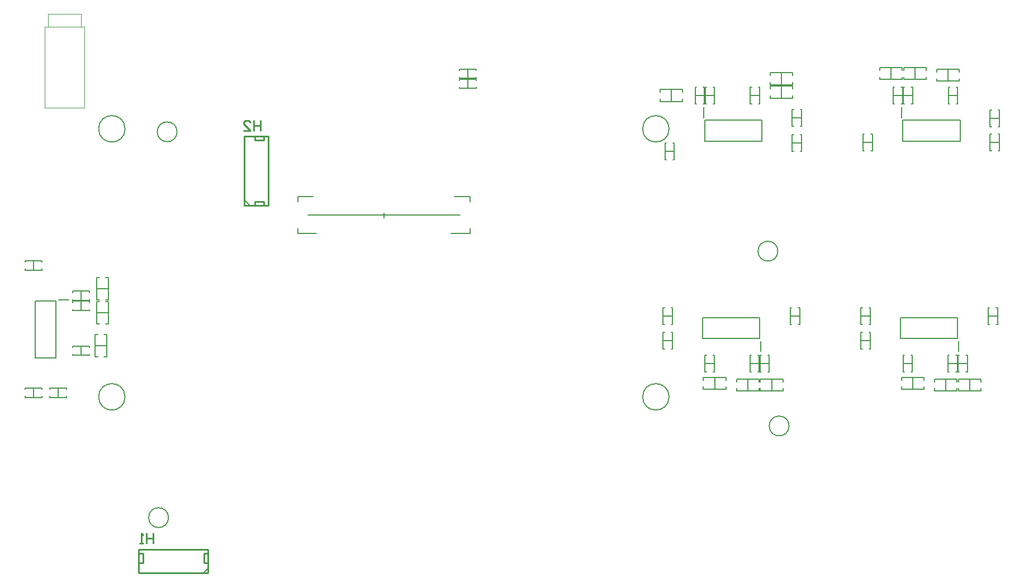
<source format=gbo>
G04*
G04 #@! TF.GenerationSoftware,Altium Limited,Altium Designer,21.8.1 (53)*
G04*
G04 Layer_Color=32896*
%FSLAX25Y25*%
%MOIN*%
G70*
G04*
G04 #@! TF.SameCoordinates,5834F34B-C4A2-4629-ADC7-1C587854752A*
G04*
G04*
G04 #@! TF.FilePolarity,Positive*
G04*
G01*
G75*
%ADD10C,0.00600*%
%ADD12C,0.01000*%
%ADD13C,0.00787*%
%ADD15C,0.00500*%
%ADD16C,0.00591*%
%ADD17C,0.00050*%
%ADD117C,0.00800*%
D10*
X647636Y217717D02*
G03*
X647636Y217717I-5904J0D01*
G01*
X640943Y322047D02*
G03*
X640943Y322047I-5904J0D01*
G01*
X282675Y393307D02*
G03*
X282675Y393307I-5904J0D01*
G01*
X277557Y162992D02*
G03*
X277557Y162992I-5904J0D01*
G01*
X251654Y395086D02*
G03*
X251654Y395086I-7874J0D01*
G01*
X576071D02*
G03*
X576071Y395086I-7874J0D01*
G01*
Y235086D02*
G03*
X576071Y235086I-7874J0D01*
G01*
X251654D02*
G03*
X251654Y235086I-7874J0D01*
G01*
X354700Y332600D02*
Y335700D01*
X446100Y332600D02*
X457400D01*
Y351700D02*
Y354600D01*
X354700D02*
X363900D01*
X448100D02*
X457400D01*
X354700Y332600D02*
X365900D01*
X354700Y351700D02*
Y354600D01*
X457400Y332600D02*
Y335700D01*
D12*
X337012Y390622D02*
X337012Y349362D01*
X322839Y390622D02*
X337012D01*
X322839Y349284D02*
Y390622D01*
Y349284D02*
X337012Y349284D01*
X328980D02*
Y351725D01*
X334575D01*
Y349284D02*
Y351725D01*
X334575Y388181D02*
Y390622D01*
X328980Y388181D02*
X334575Y388181D01*
X328980Y388181D02*
Y390622D01*
X259878Y144012D02*
X301138D01*
X259878Y129839D02*
Y144012D01*
Y129839D02*
X301216D01*
X301216Y144012D01*
X298776Y135980D02*
X301216D01*
X298776D02*
Y141575D01*
X301216D01*
X259878Y141575D02*
X262319D01*
X262319Y135980D01*
X259878D02*
X262319D01*
X332300Y400098D02*
Y394100D01*
Y397099D01*
X328301D01*
Y400098D01*
Y394100D01*
X322303D02*
X326302D01*
X322303Y398099D01*
Y399098D01*
X323303Y400098D01*
X325302D01*
X326302Y399098D01*
X268400Y153498D02*
Y147500D01*
Y150499D01*
X264401D01*
Y153498D01*
Y147500D01*
X262402D02*
X260403D01*
X261402D01*
Y153498D01*
X262402Y152498D01*
D13*
X748244Y269838D02*
Y282436D01*
X714189Y282436D02*
X748244Y282436D01*
X714189Y269838D02*
Y282436D01*
Y269838D02*
X748244D01*
X748874Y262358D02*
Y268460D01*
X197957Y292422D02*
X210555D01*
X197957Y258367D02*
Y292422D01*
Y258367D02*
X210555D01*
Y292422D01*
X211933Y293052D02*
X218036D01*
X715530Y387804D02*
Y400403D01*
Y387804D02*
X749585Y387804D01*
Y400403D01*
X715530D02*
X749585D01*
X714900Y401781D02*
Y407883D01*
X597420Y387804D02*
Y400403D01*
Y387804D02*
X631475Y387804D01*
Y400403D01*
X597420D02*
X631475D01*
X596790Y401781D02*
Y407883D01*
X630134Y269838D02*
Y282436D01*
X596079Y282436D02*
X630134Y282436D01*
X596079Y269838D02*
Y282436D01*
Y269838D02*
X630134D01*
X630764Y262358D02*
Y268460D01*
D15*
X360600Y343700D02*
X451500D01*
X406030Y341951D02*
Y345101D01*
D16*
X456000Y419244D02*
Y424756D01*
X451000Y419244D02*
Y420000D01*
Y419244D02*
X461000D01*
Y420000D01*
Y424756D02*
X461000Y424000D01*
X451000Y424756D02*
X461000D01*
X451000Y424000D02*
Y424756D01*
X456000Y425244D02*
Y430756D01*
X461000Y430000D02*
Y430756D01*
X451000D02*
X461000D01*
X451000Y430000D02*
Y430756D01*
X451000Y425244D02*
Y426000D01*
Y425244D02*
X461000D01*
Y426000D01*
X715658Y255137D02*
X721169D01*
X715658Y260137D02*
X716413D01*
X715658Y250137D02*
Y260137D01*
Y250137D02*
X716413D01*
X720413D02*
X721169D01*
Y260137D01*
X720413D02*
X721169D01*
X748461Y255137D02*
X753972D01*
X748461Y260137D02*
X749217D01*
X748461Y250137D02*
Y260137D01*
Y250137D02*
X749217D01*
X753217D02*
X753972D01*
Y260137D01*
X753217Y260137D02*
X753972Y260137D01*
X742461Y255137D02*
X747972D01*
X742461Y260137D02*
X743217D01*
X742461Y250137D02*
Y260137D01*
Y250137D02*
X743217D01*
X747217D02*
X747972D01*
Y260137D01*
X747217Y260137D02*
X747972Y260137D01*
X721366Y246680D02*
X721366Y239594D01*
X728059D02*
Y241169D01*
X714673Y239594D02*
X728059D01*
X714673D02*
Y241169D01*
Y245106D02*
Y246680D01*
X728059D01*
Y245106D02*
Y246680D01*
X755366Y238594D02*
X755366Y245680D01*
X762059Y238594D02*
Y240169D01*
X748673Y238594D02*
X762059D01*
X748673D02*
Y240169D01*
X748673Y245680D02*
X748673Y244106D01*
X748673Y245680D02*
X762059D01*
Y244106D02*
Y245680D01*
X741067Y238594D02*
Y245680D01*
X734374Y244106D02*
Y245680D01*
X747760D01*
Y244106D02*
Y245680D01*
Y238594D02*
Y240169D01*
X734374Y238594D02*
X747760D01*
X734374D02*
Y240169D01*
X225256Y259836D02*
Y265347D01*
X220256Y259836D02*
Y260591D01*
Y259836D02*
X230256D01*
X230256Y260591D01*
X230256Y265347D02*
X230256Y264591D01*
X220256Y265347D02*
X230256D01*
X220256Y264591D02*
Y265347D01*
X225256Y292639D02*
Y298150D01*
X220256Y292639D02*
Y293394D01*
Y292639D02*
X230256D01*
Y293394D01*
Y297394D02*
Y298150D01*
X220256D02*
X230256D01*
X220256Y297394D02*
Y298150D01*
X225256Y286639D02*
Y292150D01*
X220256Y286639D02*
Y287394D01*
Y286639D02*
X230256D01*
Y287394D01*
Y291394D02*
Y292150D01*
X220256D02*
X230256D01*
X220256Y291394D02*
Y292150D01*
X233713Y265544D02*
X240799D01*
X239225Y272237D02*
X240799D01*
Y258851D02*
Y272237D01*
X239225Y258851D02*
X240799D01*
X233713D02*
X235288D01*
X233713D02*
Y272237D01*
X235288D01*
X234713Y299544D02*
X241799D01*
X240225Y306237D02*
X241799D01*
Y292851D02*
Y306237D01*
X240225Y292851D02*
X241799D01*
X234713D02*
X236288D01*
X234713D02*
Y306237D01*
X236288D01*
X234713Y285245D02*
X241799D01*
X234713Y278552D02*
X236288D01*
X234713D02*
Y291938D01*
X236288D01*
X240225D02*
X241799D01*
Y278552D02*
Y291938D01*
X240225Y278552D02*
X241799D01*
X191925Y315505D02*
Y316261D01*
X201925D01*
X201925Y315505D01*
X201925Y310749D02*
X201925Y311505D01*
X191925Y310749D02*
X201925D01*
X191925D02*
Y311505D01*
X196925Y310749D02*
Y316261D01*
X216807Y234749D02*
Y235505D01*
X206807Y234749D02*
X216807D01*
X206807D02*
Y235505D01*
Y239505D02*
Y240261D01*
X216807D01*
Y239505D02*
Y240261D01*
X211807Y234749D02*
Y240261D01*
X191925Y239505D02*
Y240261D01*
X201925D01*
Y239505D02*
Y240261D01*
Y234749D02*
Y235505D01*
X191925Y234749D02*
X201925D01*
X191925D02*
Y235505D01*
X196925Y234749D02*
Y240261D01*
X771207Y288348D02*
X771963D01*
Y278348D02*
Y288348D01*
X771207Y278348D02*
X771963D01*
X766451Y278348D02*
X767207D01*
X766451D02*
Y288348D01*
X767207D01*
X766451Y283348D02*
X771963Y283348D01*
X653217Y288468D02*
X653972D01*
Y278468D02*
Y288468D01*
X653217Y278468D02*
X653972D01*
X648461D02*
X649217Y278468D01*
X648461Y278468D02*
Y288468D01*
X649217D01*
X648461Y283468D02*
X653972D01*
X649581Y381773D02*
X650337D01*
X649581D02*
Y391773D01*
X650337D01*
X654337D02*
X655093D01*
Y381773D02*
Y391773D01*
X654337Y381773D02*
X655093D01*
X649581Y386773D02*
X655093D01*
X722707Y424560D02*
Y431647D01*
X729400Y424560D02*
Y426135D01*
X716014Y424560D02*
X729400D01*
X716014D02*
Y426135D01*
Y430072D02*
Y431647D01*
X729400D01*
Y430072D02*
Y431647D01*
X708408Y424560D02*
X708408Y431647D01*
X701715Y430072D02*
Y431647D01*
X715101D01*
Y430072D02*
Y431647D01*
X715101Y426135D02*
X715101Y424560D01*
X701715D02*
X715101D01*
X701715D02*
Y426135D01*
X742408Y430647D02*
X742408Y423560D01*
X735715Y429072D02*
Y430647D01*
X749101D01*
Y429072D02*
Y430647D01*
Y423560D02*
Y425135D01*
X735715Y423560D02*
X749101D01*
X735715D02*
Y425135D01*
X715802Y415103D02*
X721314D01*
X720558Y410103D02*
X721314D01*
Y420103D01*
X720558D02*
X721314D01*
X715802D02*
X716558D01*
X715802Y410103D02*
Y420103D01*
Y410103D02*
X716558Y410103D01*
X709802Y415103D02*
X715314D01*
X714558Y410103D02*
X715314D01*
Y420103D01*
X714558D02*
X715314D01*
X709802D02*
X710558D01*
X709802Y410103D02*
Y420103D01*
Y410103D02*
X710558Y410103D01*
X742605Y415103D02*
X748117D01*
X747361Y410103D02*
X748117D01*
Y420103D01*
X747361D02*
X748117D01*
X742605D02*
X743361D01*
X742605Y410103D02*
Y420103D01*
Y410103D02*
X743361D01*
X643150Y421457D02*
Y428543D01*
X649843Y421457D02*
Y423032D01*
X636457Y421457D02*
X649843D01*
X636457D02*
Y423032D01*
Y426968D02*
Y428543D01*
X649843D01*
Y426968D02*
Y428543D01*
X577500Y411457D02*
X577500Y418543D01*
X570807Y416968D02*
Y418543D01*
X584193D01*
Y416968D02*
Y418543D01*
X584193Y413031D02*
X584193Y411457D01*
X570807D02*
X584193D01*
X570807D02*
Y413031D01*
X643150Y420543D02*
X643150Y413457D01*
X649843D02*
Y415031D01*
X636457Y413457D02*
X649843D01*
X636457D02*
X636457Y415031D01*
Y418968D02*
Y420543D01*
X649843D01*
Y418968D02*
Y420543D01*
X597692Y415103D02*
X603203D01*
X602448Y410103D02*
X603203D01*
Y420103D01*
X602448D02*
X603203D01*
X597692D02*
X598448D01*
X597692Y410103D02*
Y420103D01*
Y410103D02*
X598448Y410103D01*
X591692Y415103D02*
X597203D01*
X596448Y410103D02*
X597203D01*
Y420103D01*
X596448D02*
X597203D01*
X591692D02*
X592448D01*
X591692Y410103D02*
Y420103D01*
Y410103D02*
X592448Y410103D01*
X624495Y415103D02*
X630007D01*
X629251Y410103D02*
X630007D01*
Y420103D01*
X629251D02*
X630007D01*
X624495D02*
X625251D01*
X624495Y410103D02*
Y420103D01*
Y410103D02*
X625251D01*
X622957Y238594D02*
Y245680D01*
X616264Y244106D02*
Y245680D01*
X629650D01*
Y244106D02*
Y245680D01*
Y238594D02*
Y240169D01*
X616264Y238594D02*
X629650D01*
X616264D02*
Y240169D01*
X637256Y238594D02*
X637256Y245680D01*
X643949Y238594D02*
Y240169D01*
X630563Y238594D02*
X643949D01*
X630563D02*
Y240169D01*
X630563Y245680D02*
X630563Y244106D01*
X630563Y245680D02*
X643949D01*
Y244106D02*
Y245680D01*
X603256Y246680D02*
X603256Y239594D01*
X609949D02*
Y241169D01*
X596563Y239594D02*
X609949D01*
X596563D02*
Y241169D01*
Y245106D02*
Y246680D01*
X609949D01*
Y245106D02*
Y246680D01*
X624351Y255137D02*
X629862D01*
X624351Y260137D02*
X625106D01*
X624351Y250137D02*
Y260137D01*
Y250137D02*
X625106D01*
X629106D02*
X629862D01*
Y260137D01*
X629106Y260137D02*
X629862Y260137D01*
X630350Y255137D02*
X635862D01*
X630350Y260137D02*
X631106D01*
X630350Y250137D02*
Y260137D01*
Y250137D02*
X631106D01*
X635106D02*
X635862D01*
Y260137D01*
X635106Y260137D02*
X635862Y260137D01*
X597547Y255137D02*
X603059D01*
X597547Y260137D02*
X598303D01*
X597547Y250137D02*
Y260137D01*
Y250137D02*
X598303D01*
X602303D02*
X603059D01*
Y260137D01*
X602303D02*
X603059D01*
X767496Y401459D02*
X773008D01*
X767496Y406459D02*
X768252D01*
X767496Y396459D02*
Y406459D01*
Y396459D02*
X768252D01*
X772252D02*
X773008D01*
Y406459D01*
X772252D02*
X773008D01*
X649581Y401654D02*
X655093D01*
X649581Y406655D02*
X650337D01*
X649581Y396655D02*
Y406655D01*
Y396655D02*
X650337Y396655D01*
X654337D02*
X655093D01*
Y406655D01*
X654337D02*
X655093D01*
X691752Y386832D02*
X697263D01*
X696508Y381833D02*
X697263D01*
Y391832D01*
X696508D02*
X697263D01*
X691752Y391832D02*
X692508D01*
X691752Y381833D02*
Y391832D01*
Y381833D02*
X692508D01*
X573701Y381774D02*
X579213D01*
X573701Y386774D02*
X574457D01*
X573701Y376774D02*
Y386774D01*
Y376774D02*
X574457D01*
X578457Y376774D02*
X579213D01*
Y386774D01*
X578457Y386774D02*
X579213Y386774D01*
X690571Y283468D02*
X696083D01*
X690571Y288468D02*
X691327D01*
X690571Y278468D02*
Y288468D01*
Y278468D02*
X691327D01*
X695327D02*
X696083D01*
Y288468D01*
X695327D02*
X696083D01*
X572580Y283348D02*
X578092D01*
X572580Y288348D02*
X573336D01*
X572580Y278348D02*
Y288348D01*
Y278348D02*
X573336D01*
X577336D02*
X578092D01*
Y288348D01*
X577336D02*
X578092D01*
X690571Y268586D02*
X696083D01*
X695327Y263586D02*
X696083D01*
Y273586D01*
X695327Y273586D02*
X696083Y273586D01*
X690571D02*
X691327Y273586D01*
X690571Y263586D02*
Y273586D01*
Y263586D02*
X691327D01*
X572558Y268684D02*
X578070D01*
X577314Y263684D02*
X578070Y263684D01*
X578070Y273684D01*
X577314D02*
X578070D01*
X572558Y273684D02*
X573314D01*
X572558Y263684D02*
Y273684D01*
Y263684D02*
X573314D01*
X767572Y386892D02*
X773084D01*
X772328Y381892D02*
X773084D01*
Y391892D01*
X772328D02*
X773084D01*
X767572D02*
X768328D01*
X767572Y381892D02*
Y391892D01*
Y381892D02*
X768328D01*
D17*
X203689Y407796D02*
X227311D01*
X203689D02*
Y455828D01*
X225342D02*
Y463702D01*
X205658Y455828D02*
Y463702D01*
X203689Y455828D02*
X227311D01*
X205658Y463702D02*
X225342D01*
X227311Y407796D02*
Y455828D01*
D117*
X323000Y352189D02*
X326000Y349189D01*
X323000Y352189D02*
Y352689D01*
X298311Y130000D02*
X301311Y133000D01*
X297811Y130000D02*
X298311D01*
M02*

</source>
